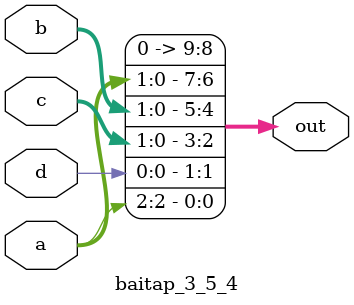
<source format=v>
module baitap_3_5_4(out,a,b,c,d); // module concatenate
	input [2:0] a;
	input [1:0] b,c;
	input d;
	output [9:0] out;
	assign out = {a[1:0],b,c,d,a[2]}; 
endmodule 
</source>
